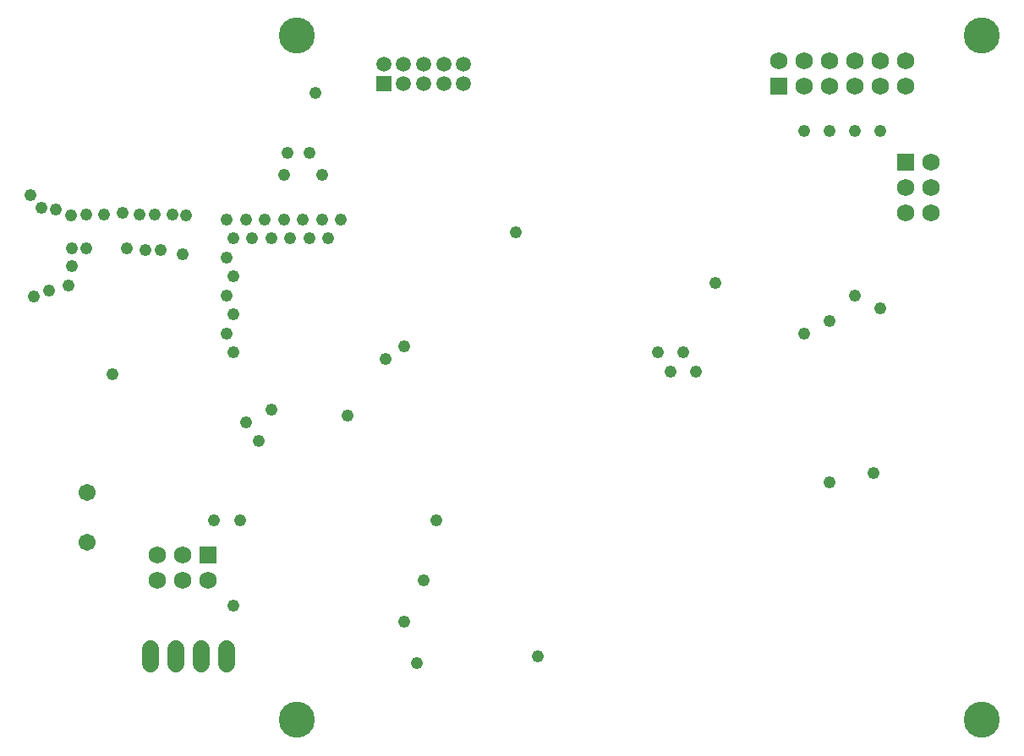
<source format=gbs>
G75*
%MOIN*%
%OFA0B0*%
%FSLAX25Y25*%
%IPPOS*%
%LPD*%
%AMOC8*
5,1,8,0,0,1.08239X$1,22.5*
%
%ADD10C,0.14200*%
%ADD11C,0.06737*%
%ADD12C,0.05950*%
%ADD13R,0.05950X0.05950*%
%ADD14R,0.06824X0.06824*%
%ADD15C,0.06824*%
%ADD16C,0.06737*%
%ADD17C,0.04762*%
D10*
X0117500Y0016800D03*
X0387500Y0016800D03*
X0387500Y0286800D03*
X0117500Y0286800D03*
D11*
X0035000Y0106643D03*
X0035000Y0086957D03*
D12*
X0159626Y0267863D03*
X0159626Y0275737D03*
X0167500Y0275737D03*
X0167500Y0267863D03*
X0175374Y0267863D03*
X0175374Y0275737D03*
X0183248Y0275737D03*
X0183248Y0267863D03*
X0151752Y0275737D03*
D13*
X0151752Y0267863D03*
D14*
X0307500Y0266800D03*
X0357500Y0236800D03*
X0082500Y0081800D03*
D15*
X0082500Y0071800D03*
X0072500Y0071800D03*
X0062500Y0071800D03*
X0062500Y0081800D03*
X0072500Y0081800D03*
X0317500Y0266800D03*
X0327500Y0266800D03*
X0337500Y0266800D03*
X0347500Y0266800D03*
X0357500Y0266800D03*
X0357500Y0276800D03*
X0347500Y0276800D03*
X0337500Y0276800D03*
X0327500Y0276800D03*
X0317500Y0276800D03*
X0307500Y0276800D03*
X0367500Y0236800D03*
X0367500Y0226800D03*
X0357500Y0226800D03*
X0357500Y0216800D03*
X0367500Y0216800D03*
D16*
X0060000Y0044769D02*
X0060000Y0038831D01*
X0070000Y0038831D02*
X0070000Y0044769D01*
X0080000Y0044769D02*
X0080000Y0038831D01*
X0090000Y0038831D02*
X0090000Y0044769D01*
D17*
X0092500Y0061800D03*
X0095250Y0095550D03*
X0084750Y0095550D03*
X0102500Y0126800D03*
X0097500Y0134300D03*
X0107500Y0139300D03*
X0092500Y0161800D03*
X0090000Y0169300D03*
X0092500Y0176800D03*
X0090000Y0184300D03*
X0092500Y0191800D03*
X0090000Y0199300D03*
X0092500Y0206800D03*
X0100000Y0206800D03*
X0107500Y0206800D03*
X0115000Y0206800D03*
X0122500Y0206800D03*
X0130000Y0206800D03*
X0127500Y0214300D03*
X0120000Y0214300D03*
X0112500Y0214300D03*
X0105000Y0214300D03*
X0097500Y0214300D03*
X0090000Y0214300D03*
X0074000Y0215800D03*
X0068500Y0216300D03*
X0061500Y0216300D03*
X0055500Y0216300D03*
X0049000Y0216800D03*
X0041500Y0216300D03*
X0034500Y0216300D03*
X0028500Y0215800D03*
X0022500Y0218300D03*
X0017000Y0218800D03*
X0012500Y0223800D03*
X0029000Y0202800D03*
X0034500Y0202800D03*
X0029000Y0195800D03*
X0027500Y0188300D03*
X0020000Y0186300D03*
X0014000Y0183800D03*
X0050500Y0202800D03*
X0058000Y0202300D03*
X0064000Y0202300D03*
X0072500Y0200550D03*
X0112500Y0231800D03*
X0113750Y0240550D03*
X0122500Y0240550D03*
X0127500Y0231800D03*
X0135000Y0214300D03*
X0160000Y0164300D03*
X0152500Y0159300D03*
X0137500Y0136800D03*
X0172500Y0095550D03*
X0167500Y0071800D03*
X0160000Y0055550D03*
X0165000Y0039300D03*
X0212500Y0041800D03*
X0327500Y0110550D03*
X0345000Y0114300D03*
X0275000Y0154300D03*
X0270000Y0161800D03*
X0260000Y0161800D03*
X0265000Y0154300D03*
X0282500Y0189300D03*
X0317500Y0169300D03*
X0327500Y0174300D03*
X0337500Y0184300D03*
X0347500Y0179300D03*
X0347500Y0249300D03*
X0337500Y0249300D03*
X0327500Y0249300D03*
X0317500Y0249300D03*
X0203750Y0209300D03*
X0125000Y0264300D03*
X0045000Y0153300D03*
M02*

</source>
